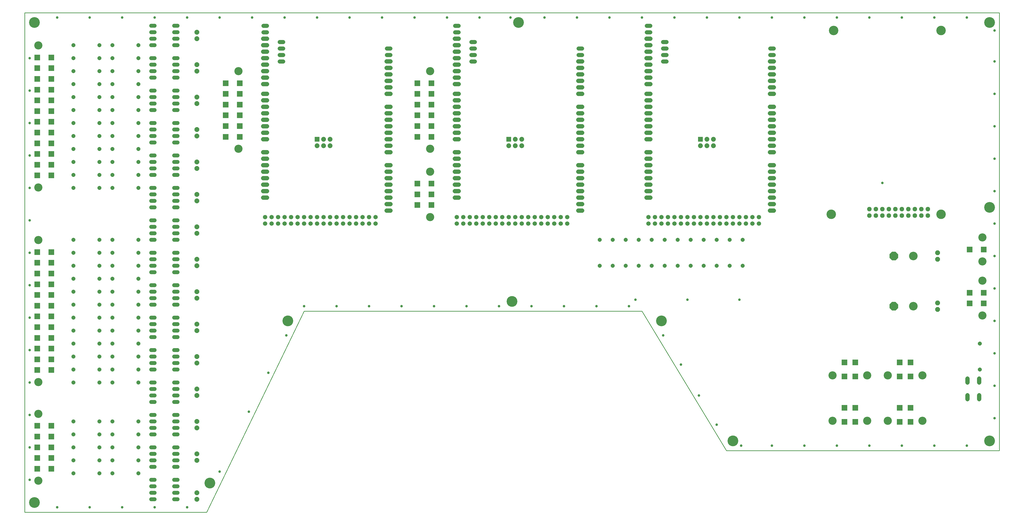
<source format=gbr>
G04 EAGLE Gerber X2 export*
G75*
%MOIN*%
%FSLAX34Y34*%
%LPD*%
%AMOC8*
5,1,8,0,0,1.08239X$1,22.5*%
G01*
%ADD10C,0.145795*%
%ADD11C,0.165480*%
%ADD12C,0.067370*%
%ADD13C,0.067370*%
%ADD14C,0.064000*%
%ADD15C,0.074000*%
%ADD16R,0.074000X0.074000*%
%ADD17R,0.090677X0.090677*%
%ADD18C,0.126110*%
%ADD19P,0.076850X8X292.500000*%
%ADD20C,0.060000*%
%ADD21P,0.064943X8X22.500000*%
%ADD22C,0.068000*%
%ADD23P,0.073603X8X202.500000*%
%ADD24P,0.142875X8X202.500000*%
%ADD25C,0.132000*%
%ADD26P,0.064943X8X112.500000*%
%ADD27C,0.039000*%
%ADD28C,0.010000*%


D10*
X124512Y74268D03*
X141047Y74268D03*
X141047Y45921D03*
X124118Y45921D03*
D11*
X98000Y29500D03*
X75000Y32500D03*
X40500Y29500D03*
X28500Y4500D03*
X1500Y75500D03*
X76000Y75500D03*
X148500Y75500D03*
X148500Y11000D03*
X109000Y11000D03*
X148500Y47000D03*
X1500Y1500D03*
D12*
X85203Y69500D02*
X85797Y69500D01*
X85797Y68500D02*
X85203Y68500D01*
X85203Y67500D02*
X85797Y67500D01*
X85797Y66500D02*
X85203Y66500D01*
X85203Y65500D02*
X85797Y65500D01*
X85797Y64500D02*
X85203Y64500D01*
X66797Y64500D02*
X66203Y64500D01*
X66203Y63500D02*
X66797Y63500D01*
X66797Y62500D02*
X66203Y62500D01*
X66203Y61500D02*
X66797Y61500D01*
X66797Y60500D02*
X66203Y60500D01*
X66203Y59500D02*
X66797Y59500D01*
X66797Y58500D02*
X66203Y58500D01*
X66203Y57500D02*
X66797Y57500D01*
X66797Y55500D02*
X66203Y55500D01*
X66203Y54500D02*
X66797Y54500D01*
X66797Y52500D02*
X66203Y52500D01*
X66203Y51500D02*
X66797Y51500D01*
X66797Y50500D02*
X66203Y50500D01*
X66203Y49500D02*
X66797Y49500D01*
X66797Y48500D02*
X66203Y48500D01*
X66203Y73000D02*
X66797Y73000D01*
X66797Y72000D02*
X66203Y72000D01*
X66203Y71000D02*
X66797Y71000D01*
X66797Y70000D02*
X66203Y70000D01*
X66203Y69000D02*
X66797Y69000D01*
X66797Y68000D02*
X66203Y68000D01*
X66203Y67000D02*
X66797Y67000D01*
X66797Y66000D02*
X66203Y66000D01*
D13*
X83500Y44500D03*
X83500Y45500D03*
X82500Y45500D03*
X82500Y44500D03*
X81500Y44500D03*
X81500Y45500D03*
X80500Y45500D03*
X80500Y44500D03*
X79500Y44500D03*
X79500Y45500D03*
X78500Y44500D03*
X78500Y45500D03*
X77500Y45500D03*
X77500Y44500D03*
X76500Y44500D03*
X76500Y45500D03*
X75500Y45500D03*
X75500Y44500D03*
X74500Y45500D03*
X74500Y44500D03*
X73500Y44500D03*
X73500Y45500D03*
X72500Y45500D03*
X72500Y44500D03*
X71500Y44500D03*
X71500Y45500D03*
X70500Y44500D03*
X70500Y45500D03*
X69500Y45500D03*
X69500Y44500D03*
X68500Y44500D03*
X68500Y45500D03*
X67500Y45500D03*
X67500Y44500D03*
X66500Y45500D03*
X66500Y44500D03*
D12*
X66797Y53500D02*
X66203Y53500D01*
X85203Y53500D02*
X85797Y53500D01*
X85797Y52500D02*
X85203Y52500D01*
X85203Y50500D02*
X85797Y50500D01*
X85797Y49500D02*
X85203Y49500D01*
X85203Y48500D02*
X85797Y48500D01*
X85797Y47500D02*
X85203Y47500D01*
X85203Y46500D02*
X85797Y46500D01*
X85797Y51500D02*
X85203Y51500D01*
X85203Y62500D02*
X85797Y62500D01*
X85797Y61500D02*
X85203Y61500D01*
X85203Y59500D02*
X85797Y59500D01*
X85797Y58500D02*
X85203Y58500D01*
X85203Y57500D02*
X85797Y57500D01*
X85797Y56500D02*
X85203Y56500D01*
X85203Y55500D02*
X85797Y55500D01*
X85797Y60500D02*
X85203Y60500D01*
D14*
X69280Y69500D02*
X68720Y69500D01*
X68720Y70500D02*
X69280Y70500D01*
X69280Y71500D02*
X68720Y71500D01*
X68720Y72500D02*
X69280Y72500D01*
X85220Y70500D02*
X85780Y70500D01*
X85780Y71500D02*
X85220Y71500D01*
X66780Y74000D02*
X66220Y74000D01*
X66220Y75000D02*
X66780Y75000D01*
D15*
X74500Y56500D03*
X75500Y56500D03*
X76500Y56500D03*
X76500Y57500D03*
X75500Y57500D03*
D16*
X74500Y57500D03*
D12*
X66797Y73000D02*
X66203Y73000D01*
D17*
X4083Y40094D03*
X4083Y38441D03*
X4083Y36787D03*
X4083Y35134D03*
X4083Y33480D03*
X4083Y31827D03*
X4083Y30173D03*
X4083Y28520D03*
X4083Y26866D03*
X4083Y25213D03*
X4083Y23559D03*
X1917Y40094D03*
X1917Y38441D03*
X1917Y36787D03*
X1917Y35134D03*
X1917Y33480D03*
X1917Y31827D03*
X1917Y30173D03*
X1917Y28520D03*
X1917Y26866D03*
X1917Y25213D03*
X4083Y21906D03*
X1917Y23559D03*
X1917Y21906D03*
D18*
X2098Y41945D03*
X2098Y20055D03*
D17*
X60417Y57866D03*
X60417Y59520D03*
X60417Y61173D03*
X60417Y62827D03*
X60417Y64480D03*
X60417Y66134D03*
X62583Y66134D03*
X62583Y61173D03*
X62583Y62827D03*
X62583Y64480D03*
X62583Y59520D03*
X62583Y57866D03*
D18*
X62402Y56016D03*
X62402Y67984D03*
D19*
X140500Y32250D03*
X140500Y31250D03*
X140500Y40000D03*
X140500Y39000D03*
D12*
X56297Y69500D02*
X55703Y69500D01*
X55703Y68500D02*
X56297Y68500D01*
X56297Y67500D02*
X55703Y67500D01*
X55703Y66500D02*
X56297Y66500D01*
X56297Y65500D02*
X55703Y65500D01*
X55703Y64500D02*
X56297Y64500D01*
X37297Y64500D02*
X36703Y64500D01*
X36703Y63500D02*
X37297Y63500D01*
X37297Y62500D02*
X36703Y62500D01*
X36703Y61500D02*
X37297Y61500D01*
X37297Y60500D02*
X36703Y60500D01*
X36703Y59500D02*
X37297Y59500D01*
X37297Y58500D02*
X36703Y58500D01*
X36703Y57500D02*
X37297Y57500D01*
X37297Y55500D02*
X36703Y55500D01*
X36703Y54500D02*
X37297Y54500D01*
X37297Y52500D02*
X36703Y52500D01*
X36703Y51500D02*
X37297Y51500D01*
X37297Y50500D02*
X36703Y50500D01*
X36703Y49500D02*
X37297Y49500D01*
X37297Y48500D02*
X36703Y48500D01*
X36703Y73000D02*
X37297Y73000D01*
X37297Y72000D02*
X36703Y72000D01*
X36703Y71000D02*
X37297Y71000D01*
X37297Y70000D02*
X36703Y70000D01*
X36703Y69000D02*
X37297Y69000D01*
X37297Y68000D02*
X36703Y68000D01*
X36703Y67000D02*
X37297Y67000D01*
X37297Y66000D02*
X36703Y66000D01*
D13*
X54000Y44500D03*
X54000Y45500D03*
X53000Y45500D03*
X53000Y44500D03*
X52000Y44500D03*
X52000Y45500D03*
X51000Y45500D03*
X51000Y44500D03*
X50000Y44500D03*
X50000Y45500D03*
X49000Y44500D03*
X49000Y45500D03*
X48000Y45500D03*
X48000Y44500D03*
X47000Y44500D03*
X47000Y45500D03*
X46000Y45500D03*
X46000Y44500D03*
X45000Y45500D03*
X45000Y44500D03*
X44000Y44500D03*
X44000Y45500D03*
X43000Y45500D03*
X43000Y44500D03*
X42000Y44500D03*
X42000Y45500D03*
X41000Y44500D03*
X41000Y45500D03*
X40000Y45500D03*
X40000Y44500D03*
X39000Y44500D03*
X39000Y45500D03*
X38000Y45500D03*
X38000Y44500D03*
X37000Y45500D03*
X37000Y44500D03*
D12*
X37297Y53500D02*
X36703Y53500D01*
X55703Y53500D02*
X56297Y53500D01*
X56297Y52500D02*
X55703Y52500D01*
X55703Y50500D02*
X56297Y50500D01*
X56297Y49500D02*
X55703Y49500D01*
X55703Y48500D02*
X56297Y48500D01*
X56297Y47500D02*
X55703Y47500D01*
X55703Y46500D02*
X56297Y46500D01*
X56297Y51500D02*
X55703Y51500D01*
X55703Y62500D02*
X56297Y62500D01*
X56297Y61500D02*
X55703Y61500D01*
X55703Y59500D02*
X56297Y59500D01*
X56297Y58500D02*
X55703Y58500D01*
X55703Y57500D02*
X56297Y57500D01*
X56297Y56500D02*
X55703Y56500D01*
X55703Y55500D02*
X56297Y55500D01*
X56297Y60500D02*
X55703Y60500D01*
D14*
X39780Y69500D02*
X39220Y69500D01*
X39220Y70500D02*
X39780Y70500D01*
X39780Y71500D02*
X39220Y71500D01*
X39220Y72500D02*
X39780Y72500D01*
X55720Y70500D02*
X56280Y70500D01*
X56280Y71500D02*
X55720Y71500D01*
X37280Y74000D02*
X36720Y74000D01*
X36720Y75000D02*
X37280Y75000D01*
D15*
X45000Y56500D03*
X46000Y56500D03*
X47000Y56500D03*
X47000Y57500D03*
X46000Y57500D03*
D16*
X45000Y57500D03*
D12*
X37297Y73000D02*
X36703Y73000D01*
D17*
X4083Y70094D03*
X4083Y68441D03*
X4083Y66787D03*
X4083Y65134D03*
X4083Y63480D03*
X4083Y61827D03*
X4083Y60173D03*
X4083Y58520D03*
X4083Y56866D03*
X4083Y55213D03*
X4083Y53559D03*
X1917Y70094D03*
X1917Y68441D03*
X1917Y66787D03*
X1917Y65134D03*
X1917Y63480D03*
X1917Y61827D03*
X1917Y60173D03*
X1917Y58520D03*
X1917Y56866D03*
X1917Y55213D03*
X4083Y51906D03*
X1917Y53559D03*
X1917Y51906D03*
D18*
X2098Y71945D03*
X2098Y50055D03*
D17*
X30917Y57866D03*
X30917Y59520D03*
X30917Y61173D03*
X30917Y62827D03*
X30917Y64480D03*
X30917Y66134D03*
X33083Y66134D03*
X33083Y61173D03*
X33083Y62827D03*
X33083Y64480D03*
X33083Y59520D03*
X33083Y57866D03*
D18*
X32902Y56016D03*
X32902Y67984D03*
D20*
X20000Y45000D02*
X19480Y45000D01*
X19480Y44000D02*
X20000Y44000D01*
X23000Y44000D02*
X23520Y44000D01*
X23520Y45000D02*
X23000Y45000D01*
X20000Y43000D02*
X19480Y43000D01*
X19480Y42000D02*
X20000Y42000D01*
X23000Y43000D02*
X23520Y43000D01*
X23520Y42000D02*
X23000Y42000D01*
X20000Y60000D02*
X19480Y60000D01*
X19480Y59000D02*
X20000Y59000D01*
X23000Y59000D02*
X23520Y59000D01*
X23520Y60000D02*
X23000Y60000D01*
X20000Y58000D02*
X19480Y58000D01*
X19480Y57000D02*
X20000Y57000D01*
X23000Y58000D02*
X23520Y58000D01*
X23520Y57000D02*
X23000Y57000D01*
X20000Y55000D02*
X19480Y55000D01*
X19480Y54000D02*
X20000Y54000D01*
X23000Y54000D02*
X23520Y54000D01*
X23520Y55000D02*
X23000Y55000D01*
X20000Y53000D02*
X19480Y53000D01*
X19480Y52000D02*
X20000Y52000D01*
X23000Y53000D02*
X23520Y53000D01*
X23520Y52000D02*
X23000Y52000D01*
X20000Y50000D02*
X19480Y50000D01*
X19480Y49000D02*
X20000Y49000D01*
X23000Y49000D02*
X23520Y49000D01*
X23520Y50000D02*
X23000Y50000D01*
X20000Y48000D02*
X19480Y48000D01*
X19480Y47000D02*
X20000Y47000D01*
X23000Y48000D02*
X23520Y48000D01*
X23520Y47000D02*
X23000Y47000D01*
X20000Y40000D02*
X19480Y40000D01*
X19480Y39000D02*
X20000Y39000D01*
X23000Y39000D02*
X23520Y39000D01*
X23520Y40000D02*
X23000Y40000D01*
X20000Y38000D02*
X19480Y38000D01*
X19480Y37000D02*
X20000Y37000D01*
X23000Y38000D02*
X23520Y38000D01*
X23520Y37000D02*
X23000Y37000D01*
X20000Y35000D02*
X19480Y35000D01*
X19480Y34000D02*
X20000Y34000D01*
X23000Y34000D02*
X23520Y34000D01*
X23520Y35000D02*
X23000Y35000D01*
X20000Y33000D02*
X19480Y33000D01*
X19480Y32000D02*
X20000Y32000D01*
X23000Y33000D02*
X23520Y33000D01*
X23520Y32000D02*
X23000Y32000D01*
X20000Y30000D02*
X19480Y30000D01*
X19480Y29000D02*
X20000Y29000D01*
X23000Y29000D02*
X23520Y29000D01*
X23520Y30000D02*
X23000Y30000D01*
X20000Y28000D02*
X19480Y28000D01*
X19480Y27000D02*
X20000Y27000D01*
X23000Y28000D02*
X23520Y28000D01*
X23520Y27000D02*
X23000Y27000D01*
X20000Y25000D02*
X19480Y25000D01*
X19480Y24000D02*
X20000Y24000D01*
X23000Y24000D02*
X23520Y24000D01*
X23520Y25000D02*
X23000Y25000D01*
X20000Y23000D02*
X19480Y23000D01*
X19480Y22000D02*
X20000Y22000D01*
X23000Y23000D02*
X23520Y23000D01*
X23520Y22000D02*
X23000Y22000D01*
X20000Y20000D02*
X19480Y20000D01*
X19480Y19000D02*
X20000Y19000D01*
X23000Y19000D02*
X23520Y19000D01*
X23520Y20000D02*
X23000Y20000D01*
X20000Y18000D02*
X19480Y18000D01*
X19480Y17000D02*
X20000Y17000D01*
X23000Y18000D02*
X23520Y18000D01*
X23520Y17000D02*
X23000Y17000D01*
X20000Y75000D02*
X19480Y75000D01*
X19480Y74000D02*
X20000Y74000D01*
X23000Y74000D02*
X23520Y74000D01*
X23520Y75000D02*
X23000Y75000D01*
X20000Y73000D02*
X19480Y73000D01*
X19480Y72000D02*
X20000Y72000D01*
X23000Y73000D02*
X23520Y73000D01*
X23520Y72000D02*
X23000Y72000D01*
X20000Y70000D02*
X19480Y70000D01*
X19480Y69000D02*
X20000Y69000D01*
X23000Y69000D02*
X23520Y69000D01*
X23520Y70000D02*
X23000Y70000D01*
X20000Y68000D02*
X19480Y68000D01*
X19480Y67000D02*
X20000Y67000D01*
X23000Y68000D02*
X23520Y68000D01*
X23520Y67000D02*
X23000Y67000D01*
X20000Y65000D02*
X19480Y65000D01*
X19480Y64000D02*
X20000Y64000D01*
X23000Y64000D02*
X23520Y64000D01*
X23520Y65000D02*
X23000Y65000D01*
X20000Y63000D02*
X19480Y63000D01*
X19480Y62000D02*
X20000Y62000D01*
X23000Y63000D02*
X23520Y63000D01*
X23520Y62000D02*
X23000Y62000D01*
D17*
X134673Y23083D03*
X136327Y23083D03*
X136327Y20917D03*
X134673Y20917D03*
D18*
X132823Y21098D03*
X138177Y21098D03*
D17*
X126173Y16083D03*
X127827Y16083D03*
X127827Y13917D03*
X126173Y13917D03*
D18*
X124323Y14098D03*
X129677Y14098D03*
D17*
X126173Y23083D03*
X127827Y23083D03*
X127827Y20917D03*
X126173Y20917D03*
D18*
X124323Y21098D03*
X129677Y21098D03*
D20*
X20000Y15000D02*
X19480Y15000D01*
X19480Y14000D02*
X20000Y14000D01*
X23000Y14000D02*
X23520Y14000D01*
X23520Y15000D02*
X23000Y15000D01*
X20000Y13000D02*
X19480Y13000D01*
X19480Y12000D02*
X20000Y12000D01*
X23000Y13000D02*
X23520Y13000D01*
X23520Y12000D02*
X23000Y12000D01*
X20000Y10000D02*
X19480Y10000D01*
X19480Y9000D02*
X20000Y9000D01*
X23000Y9000D02*
X23520Y9000D01*
X23520Y10000D02*
X23000Y10000D01*
X20000Y8000D02*
X19480Y8000D01*
X19480Y7000D02*
X20000Y7000D01*
X23000Y8000D02*
X23520Y8000D01*
X23520Y7000D02*
X23000Y7000D01*
X20000Y5000D02*
X19480Y5000D01*
X19480Y4000D02*
X20000Y4000D01*
X23000Y4000D02*
X23520Y4000D01*
X23520Y5000D02*
X23000Y5000D01*
X20000Y3000D02*
X19480Y3000D01*
X19480Y2000D02*
X20000Y2000D01*
X23000Y3000D02*
X23520Y3000D01*
X23520Y2000D02*
X23000Y2000D01*
D17*
X4083Y13307D03*
X4083Y11654D03*
X4083Y10000D03*
X4083Y8346D03*
X4083Y6693D03*
X1917Y8346D03*
X1917Y6693D03*
X1917Y10000D03*
X1917Y11654D03*
X1917Y13307D03*
D18*
X2098Y15157D03*
X2098Y4843D03*
D21*
X13500Y42000D03*
X17500Y42000D03*
X13500Y24000D03*
X17500Y24000D03*
X13500Y22000D03*
X17500Y22000D03*
X13500Y20000D03*
X17500Y20000D03*
X13500Y72000D03*
X17500Y72000D03*
X13500Y70000D03*
X17500Y70000D03*
X13500Y68000D03*
X17500Y68000D03*
X13500Y66000D03*
X17500Y66000D03*
X13500Y64000D03*
X17500Y64000D03*
X13500Y62000D03*
X17500Y62000D03*
X13500Y60000D03*
X17500Y60000D03*
X13500Y40000D03*
X17500Y40000D03*
X13500Y58000D03*
X17500Y58000D03*
X13500Y56000D03*
X17500Y56000D03*
X13500Y54000D03*
X17500Y54000D03*
X13500Y52000D03*
X17500Y52000D03*
X13500Y50000D03*
X17500Y50000D03*
X13500Y14000D03*
X17500Y14000D03*
X13500Y12000D03*
X17500Y12000D03*
X13500Y10000D03*
X17500Y10000D03*
X13500Y8000D03*
X17500Y8000D03*
X13500Y6000D03*
X17500Y6000D03*
X13500Y38000D03*
X17500Y38000D03*
X7500Y14000D03*
X11500Y14000D03*
X7500Y12000D03*
X11500Y12000D03*
X7500Y10000D03*
X11500Y10000D03*
X7500Y8000D03*
X11500Y8000D03*
X7500Y6000D03*
X11500Y6000D03*
X13500Y36000D03*
X17500Y36000D03*
X13500Y34000D03*
X17500Y34000D03*
X13500Y32000D03*
X17500Y32000D03*
X13500Y30000D03*
X17500Y30000D03*
X13500Y28000D03*
X17500Y28000D03*
X13500Y26000D03*
X17500Y26000D03*
D22*
X146890Y20580D02*
X146890Y19980D01*
X145110Y19980D02*
X145110Y20580D01*
X146890Y18020D02*
X146890Y17420D01*
X145110Y17420D02*
X145110Y18020D01*
D12*
X115297Y69500D02*
X114703Y69500D01*
X114703Y68500D02*
X115297Y68500D01*
X115297Y67500D02*
X114703Y67500D01*
X114703Y66500D02*
X115297Y66500D01*
X115297Y65500D02*
X114703Y65500D01*
X114703Y64500D02*
X115297Y64500D01*
X96297Y64500D02*
X95703Y64500D01*
X95703Y63500D02*
X96297Y63500D01*
X96297Y62500D02*
X95703Y62500D01*
X95703Y61500D02*
X96297Y61500D01*
X96297Y60500D02*
X95703Y60500D01*
X95703Y59500D02*
X96297Y59500D01*
X96297Y58500D02*
X95703Y58500D01*
X95703Y57500D02*
X96297Y57500D01*
X96297Y55500D02*
X95703Y55500D01*
X95703Y54500D02*
X96297Y54500D01*
X96297Y52500D02*
X95703Y52500D01*
X95703Y51500D02*
X96297Y51500D01*
X96297Y50500D02*
X95703Y50500D01*
X95703Y49500D02*
X96297Y49500D01*
X96297Y48500D02*
X95703Y48500D01*
X95703Y73000D02*
X96297Y73000D01*
X96297Y72000D02*
X95703Y72000D01*
X95703Y71000D02*
X96297Y71000D01*
X96297Y70000D02*
X95703Y70000D01*
X95703Y69000D02*
X96297Y69000D01*
X96297Y68000D02*
X95703Y68000D01*
X95703Y67000D02*
X96297Y67000D01*
X96297Y66000D02*
X95703Y66000D01*
D13*
X113000Y44500D03*
X113000Y45500D03*
X112000Y45500D03*
X112000Y44500D03*
X111000Y44500D03*
X111000Y45500D03*
X110000Y45500D03*
X110000Y44500D03*
X109000Y44500D03*
X109000Y45500D03*
X108000Y44500D03*
X108000Y45500D03*
X107000Y45500D03*
X107000Y44500D03*
X106000Y44500D03*
X106000Y45500D03*
X105000Y45500D03*
X105000Y44500D03*
X104000Y45500D03*
X104000Y44500D03*
X103000Y44500D03*
X103000Y45500D03*
X102000Y45500D03*
X102000Y44500D03*
X101000Y44500D03*
X101000Y45500D03*
X100000Y44500D03*
X100000Y45500D03*
X99000Y45500D03*
X99000Y44500D03*
X98000Y44500D03*
X98000Y45500D03*
X97000Y45500D03*
X97000Y44500D03*
X96000Y45500D03*
X96000Y44500D03*
D12*
X96297Y53500D02*
X95703Y53500D01*
X114703Y53500D02*
X115297Y53500D01*
X115297Y52500D02*
X114703Y52500D01*
X114703Y50500D02*
X115297Y50500D01*
X115297Y49500D02*
X114703Y49500D01*
X114703Y48500D02*
X115297Y48500D01*
X115297Y47500D02*
X114703Y47500D01*
X114703Y46500D02*
X115297Y46500D01*
X115297Y51500D02*
X114703Y51500D01*
X114703Y62500D02*
X115297Y62500D01*
X115297Y61500D02*
X114703Y61500D01*
X114703Y59500D02*
X115297Y59500D01*
X115297Y58500D02*
X114703Y58500D01*
X114703Y57500D02*
X115297Y57500D01*
X115297Y56500D02*
X114703Y56500D01*
X114703Y55500D02*
X115297Y55500D01*
X115297Y60500D02*
X114703Y60500D01*
D14*
X98780Y69500D02*
X98220Y69500D01*
X98220Y70500D02*
X98780Y70500D01*
X98780Y71500D02*
X98220Y71500D01*
X98220Y72500D02*
X98780Y72500D01*
X114720Y70500D02*
X115280Y70500D01*
X115280Y71500D02*
X114720Y71500D01*
X96280Y74000D02*
X95720Y74000D01*
X95720Y75000D02*
X96280Y75000D01*
D15*
X104000Y56500D03*
X105000Y56500D03*
X106000Y56500D03*
X106000Y57500D03*
X105000Y57500D03*
D16*
X104000Y57500D03*
D12*
X96297Y73000D02*
X95703Y73000D01*
D17*
X134673Y16083D03*
X136327Y16083D03*
X136327Y13917D03*
X134673Y13917D03*
D18*
X132823Y14098D03*
X138177Y14098D03*
D17*
X60417Y47346D03*
X60417Y49000D03*
X60417Y50654D03*
X62583Y50654D03*
X62583Y49000D03*
X62583Y47346D03*
D18*
X62402Y45496D03*
X62402Y52504D03*
D23*
X138983Y46725D03*
X137983Y46725D03*
X136983Y46725D03*
X135983Y46725D03*
X134983Y46725D03*
X133983Y46725D03*
X138983Y45725D03*
X137983Y45725D03*
X136983Y45725D03*
X135983Y45725D03*
X134983Y45725D03*
X133983Y45725D03*
X132983Y46725D03*
X131983Y46725D03*
X132983Y45725D03*
X131983Y45725D03*
X130983Y46725D03*
X130983Y45725D03*
X129983Y46725D03*
X129983Y45725D03*
D17*
X145417Y40500D03*
X147583Y40500D03*
D18*
X147402Y38650D03*
X147402Y42350D03*
D17*
X145417Y32173D03*
X145417Y33827D03*
X147583Y33827D03*
X147583Y32173D03*
D18*
X147402Y30323D03*
X147402Y35677D03*
D24*
X133750Y39500D03*
D25*
X136750Y39500D03*
D24*
X133750Y31750D03*
D25*
X136750Y31750D03*
D21*
X7500Y72000D03*
X11500Y72000D03*
X7500Y70000D03*
X11500Y70000D03*
X7500Y68000D03*
X11500Y68000D03*
X7500Y66000D03*
X11500Y66000D03*
X7500Y64000D03*
X11500Y64000D03*
X7500Y62000D03*
X11500Y62000D03*
X7500Y60000D03*
X11500Y60000D03*
X7500Y58000D03*
X11500Y58000D03*
X7500Y56000D03*
X11500Y56000D03*
X7500Y54000D03*
X11500Y54000D03*
X7500Y52000D03*
X11500Y52000D03*
X7500Y50000D03*
X11500Y50000D03*
X7500Y42000D03*
X11500Y42000D03*
X7500Y40000D03*
X11500Y40000D03*
X7500Y38000D03*
X11500Y38000D03*
X7500Y36000D03*
X11500Y36000D03*
X7500Y34000D03*
X11500Y34000D03*
X7500Y32000D03*
X11500Y32000D03*
X7500Y30000D03*
X11500Y30000D03*
X7500Y28000D03*
X11500Y28000D03*
X7500Y26000D03*
X11500Y26000D03*
X7500Y24000D03*
X11500Y24000D03*
X7500Y22000D03*
X11500Y22000D03*
X7500Y20000D03*
X11500Y20000D03*
D26*
X147000Y22000D03*
X147000Y26000D03*
X96500Y38000D03*
X96500Y42000D03*
X98500Y38000D03*
X98500Y42000D03*
X100500Y38000D03*
X100500Y42000D03*
X102500Y38000D03*
X102500Y42000D03*
X88500Y38000D03*
X88500Y42000D03*
X90500Y38000D03*
X90500Y42000D03*
X92500Y38000D03*
X92500Y42000D03*
X94500Y38000D03*
X94500Y42000D03*
X104500Y38000D03*
X104500Y42000D03*
X106500Y38000D03*
X106500Y42000D03*
X108500Y38000D03*
X108500Y42000D03*
X110500Y38000D03*
X110500Y42000D03*
D19*
X26500Y44000D03*
X26500Y43000D03*
X26500Y39000D03*
X26500Y38000D03*
X26500Y34000D03*
X26500Y33000D03*
X26500Y29000D03*
X26500Y28000D03*
X26500Y24000D03*
X26500Y23000D03*
X26500Y19000D03*
X26500Y18000D03*
X26500Y74000D03*
X26500Y73000D03*
X26500Y69000D03*
X26500Y68000D03*
X26500Y64000D03*
X26500Y63000D03*
X26500Y59000D03*
X26500Y58000D03*
X26500Y54000D03*
X26500Y53000D03*
X26500Y49000D03*
X26500Y48000D03*
X26500Y14000D03*
X26500Y13000D03*
X26500Y9000D03*
X26500Y8000D03*
X26500Y3000D03*
X26500Y2000D03*
D27*
X65000Y76250D03*
X750Y70000D03*
X750Y65000D03*
X750Y55000D03*
X750Y60000D03*
X750Y50000D03*
X750Y45000D03*
X750Y40000D03*
X750Y35000D03*
X750Y30000D03*
X750Y25000D03*
X750Y20000D03*
X750Y15000D03*
X750Y10000D03*
X750Y5000D03*
X5000Y750D03*
X10000Y750D03*
X15000Y750D03*
X20000Y750D03*
X25000Y750D03*
X30000Y6250D03*
X34500Y15500D03*
X37500Y21500D03*
X40250Y27250D03*
X43000Y31750D03*
X48000Y31750D03*
X53000Y31750D03*
X58000Y31750D03*
X63000Y31750D03*
X68000Y31750D03*
X73000Y31750D03*
X78000Y31750D03*
X83000Y31750D03*
X88000Y31750D03*
X93000Y31750D03*
X98250Y27250D03*
X103750Y18000D03*
X106500Y13500D03*
X110250Y10250D03*
X115000Y10250D03*
X120000Y10250D03*
X125000Y10250D03*
X130000Y10250D03*
X135000Y10250D03*
X140000Y10250D03*
X145000Y10250D03*
X149250Y14500D03*
X149250Y19500D03*
X149250Y24500D03*
X149250Y29500D03*
X149250Y34500D03*
X149250Y39500D03*
X149250Y44500D03*
X149250Y49500D03*
X149250Y54500D03*
X149250Y59500D03*
X149250Y64500D03*
X149250Y69500D03*
X149250Y74250D03*
X145000Y76250D03*
X140000Y76250D03*
X135000Y76250D03*
X130000Y76250D03*
X125000Y76250D03*
X120000Y76250D03*
X115000Y76250D03*
X110000Y76250D03*
X105000Y76250D03*
X100000Y76250D03*
X95000Y76250D03*
X90000Y76250D03*
X85000Y76250D03*
X80000Y76250D03*
X74750Y76250D03*
X70000Y76250D03*
X60000Y76250D03*
X55000Y76250D03*
X50000Y76250D03*
X45000Y76250D03*
X40000Y76250D03*
X35000Y76250D03*
X30000Y76250D03*
X25000Y76250D03*
X20000Y76250D03*
X15000Y76250D03*
X10000Y76250D03*
X5000Y76250D03*
X101000Y22750D03*
X94000Y32750D03*
X102000Y32750D03*
X110000Y32750D03*
X132000Y50750D03*
D28*
X0Y0D02*
X28000Y0D01*
X43000Y31000D01*
X95000Y31000D01*
X108000Y9500D01*
X150000Y9500D01*
X150000Y77000D01*
X0Y77000D01*
X0Y0D01*
M02*

</source>
